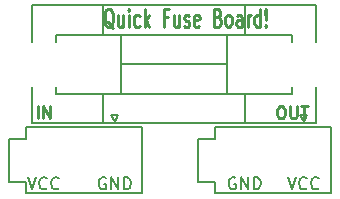
<source format=gto>
G04 #@! TF.GenerationSoftware,KiCad,Pcbnew,5.0.0-rc2*
G04 #@! TF.CreationDate,2019-06-24T22:39:53-04:00*
G04 #@! TF.ProjectId,pcb,7063622E6B696361645F706362000000,rev?*
G04 #@! TF.SameCoordinates,Original*
G04 #@! TF.FileFunction,Legend,Top*
G04 #@! TF.FilePolarity,Positive*
%FSLAX46Y46*%
G04 Gerber Fmt 4.6, Leading zero omitted, Abs format (unit mm)*
G04 Created by KiCad (PCBNEW 5.0.0-rc2) date Mon Jun 24 22:39:53 2019*
%MOMM*%
%LPD*%
G01*
G04 APERTURE LIST*
%ADD10C,0.254000*%
%ADD11C,0.152400*%
%ADD12C,0.150000*%
G04 APERTURE END LIST*
D10*
X137984000Y-87443619D02*
X138177523Y-87443619D01*
X138274285Y-87492000D01*
X138371047Y-87588761D01*
X138419428Y-87782285D01*
X138419428Y-88120952D01*
X138371047Y-88314476D01*
X138274285Y-88411238D01*
X138177523Y-88459619D01*
X137984000Y-88459619D01*
X137887238Y-88411238D01*
X137790476Y-88314476D01*
X137742095Y-88120952D01*
X137742095Y-87782285D01*
X137790476Y-87588761D01*
X137887238Y-87492000D01*
X137984000Y-87443619D01*
X138854857Y-87443619D02*
X138854857Y-88266095D01*
X138903238Y-88362857D01*
X138951619Y-88411238D01*
X139048380Y-88459619D01*
X139241904Y-88459619D01*
X139338666Y-88411238D01*
X139387047Y-88362857D01*
X139435428Y-88266095D01*
X139435428Y-87443619D01*
X139774095Y-87443619D02*
X140354666Y-87443619D01*
X140064380Y-88459619D02*
X140064380Y-87443619D01*
X117467809Y-88459619D02*
X117467809Y-87443619D01*
X117951619Y-88459619D02*
X117951619Y-87443619D01*
X118532190Y-88459619D01*
X118532190Y-87443619D01*
X123879809Y-80821428D02*
X123783047Y-80750000D01*
X123686285Y-80607142D01*
X123541142Y-80392857D01*
X123444380Y-80321428D01*
X123347619Y-80321428D01*
X123396000Y-80678571D02*
X123299238Y-80607142D01*
X123202476Y-80464285D01*
X123154095Y-80178571D01*
X123154095Y-79678571D01*
X123202476Y-79392857D01*
X123299238Y-79250000D01*
X123396000Y-79178571D01*
X123589523Y-79178571D01*
X123686285Y-79250000D01*
X123783047Y-79392857D01*
X123831428Y-79678571D01*
X123831428Y-80178571D01*
X123783047Y-80464285D01*
X123686285Y-80607142D01*
X123589523Y-80678571D01*
X123396000Y-80678571D01*
X124702285Y-79678571D02*
X124702285Y-80678571D01*
X124266857Y-79678571D02*
X124266857Y-80464285D01*
X124315238Y-80607142D01*
X124412000Y-80678571D01*
X124557142Y-80678571D01*
X124653904Y-80607142D01*
X124702285Y-80535714D01*
X125186095Y-80678571D02*
X125186095Y-79678571D01*
X125186095Y-79178571D02*
X125137714Y-79250000D01*
X125186095Y-79321428D01*
X125234476Y-79250000D01*
X125186095Y-79178571D01*
X125186095Y-79321428D01*
X126105333Y-80607142D02*
X126008571Y-80678571D01*
X125815047Y-80678571D01*
X125718285Y-80607142D01*
X125669904Y-80535714D01*
X125621523Y-80392857D01*
X125621523Y-79964285D01*
X125669904Y-79821428D01*
X125718285Y-79750000D01*
X125815047Y-79678571D01*
X126008571Y-79678571D01*
X126105333Y-79750000D01*
X126540761Y-80678571D02*
X126540761Y-79178571D01*
X126637523Y-80107142D02*
X126927809Y-80678571D01*
X126927809Y-79678571D02*
X126540761Y-80250000D01*
X128476000Y-79892857D02*
X128137333Y-79892857D01*
X128137333Y-80678571D02*
X128137333Y-79178571D01*
X128621142Y-79178571D01*
X129443619Y-79678571D02*
X129443619Y-80678571D01*
X129008190Y-79678571D02*
X129008190Y-80464285D01*
X129056571Y-80607142D01*
X129153333Y-80678571D01*
X129298476Y-80678571D01*
X129395238Y-80607142D01*
X129443619Y-80535714D01*
X129879047Y-80607142D02*
X129975809Y-80678571D01*
X130169333Y-80678571D01*
X130266095Y-80607142D01*
X130314476Y-80464285D01*
X130314476Y-80392857D01*
X130266095Y-80250000D01*
X130169333Y-80178571D01*
X130024190Y-80178571D01*
X129927428Y-80107142D01*
X129879047Y-79964285D01*
X129879047Y-79892857D01*
X129927428Y-79750000D01*
X130024190Y-79678571D01*
X130169333Y-79678571D01*
X130266095Y-79750000D01*
X131136952Y-80607142D02*
X131040190Y-80678571D01*
X130846666Y-80678571D01*
X130749904Y-80607142D01*
X130701523Y-80464285D01*
X130701523Y-79892857D01*
X130749904Y-79750000D01*
X130846666Y-79678571D01*
X131040190Y-79678571D01*
X131136952Y-79750000D01*
X131185333Y-79892857D01*
X131185333Y-80035714D01*
X130701523Y-80178571D01*
X132733523Y-79892857D02*
X132878666Y-79964285D01*
X132927047Y-80035714D01*
X132975428Y-80178571D01*
X132975428Y-80392857D01*
X132927047Y-80535714D01*
X132878666Y-80607142D01*
X132781904Y-80678571D01*
X132394857Y-80678571D01*
X132394857Y-79178571D01*
X132733523Y-79178571D01*
X132830285Y-79250000D01*
X132878666Y-79321428D01*
X132927047Y-79464285D01*
X132927047Y-79607142D01*
X132878666Y-79750000D01*
X132830285Y-79821428D01*
X132733523Y-79892857D01*
X132394857Y-79892857D01*
X133556000Y-80678571D02*
X133459238Y-80607142D01*
X133410857Y-80535714D01*
X133362476Y-80392857D01*
X133362476Y-79964285D01*
X133410857Y-79821428D01*
X133459238Y-79750000D01*
X133556000Y-79678571D01*
X133701142Y-79678571D01*
X133797904Y-79750000D01*
X133846285Y-79821428D01*
X133894666Y-79964285D01*
X133894666Y-80392857D01*
X133846285Y-80535714D01*
X133797904Y-80607142D01*
X133701142Y-80678571D01*
X133556000Y-80678571D01*
X134765523Y-80678571D02*
X134765523Y-79892857D01*
X134717142Y-79750000D01*
X134620380Y-79678571D01*
X134426857Y-79678571D01*
X134330095Y-79750000D01*
X134765523Y-80607142D02*
X134668761Y-80678571D01*
X134426857Y-80678571D01*
X134330095Y-80607142D01*
X134281714Y-80464285D01*
X134281714Y-80321428D01*
X134330095Y-80178571D01*
X134426857Y-80107142D01*
X134668761Y-80107142D01*
X134765523Y-80035714D01*
X135249333Y-80678571D02*
X135249333Y-79678571D01*
X135249333Y-79964285D02*
X135297714Y-79821428D01*
X135346095Y-79750000D01*
X135442857Y-79678571D01*
X135539619Y-79678571D01*
X136313714Y-80678571D02*
X136313714Y-79178571D01*
X136313714Y-80607142D02*
X136216952Y-80678571D01*
X136023428Y-80678571D01*
X135926666Y-80607142D01*
X135878285Y-80535714D01*
X135829904Y-80392857D01*
X135829904Y-79964285D01*
X135878285Y-79821428D01*
X135926666Y-79750000D01*
X136023428Y-79678571D01*
X136216952Y-79678571D01*
X136313714Y-79750000D01*
X136797523Y-80535714D02*
X136845904Y-80607142D01*
X136797523Y-80678571D01*
X136749142Y-80607142D01*
X136797523Y-80535714D01*
X136797523Y-80678571D01*
X136797523Y-80107142D02*
X136749142Y-79250000D01*
X136797523Y-79178571D01*
X136845904Y-79250000D01*
X136797523Y-80107142D01*
X136797523Y-79178571D01*
D11*
X134225904Y-93492000D02*
X134129142Y-93443619D01*
X133983999Y-93443619D01*
X133838857Y-93492000D01*
X133742095Y-93588761D01*
X133693714Y-93685523D01*
X133645333Y-93879047D01*
X133645333Y-94024190D01*
X133693714Y-94217714D01*
X133742095Y-94314476D01*
X133838857Y-94411238D01*
X133983999Y-94459619D01*
X134080761Y-94459619D01*
X134225904Y-94411238D01*
X134274285Y-94362857D01*
X134274285Y-94024190D01*
X134080761Y-94024190D01*
X134709714Y-94459619D02*
X134709714Y-93443619D01*
X135290285Y-94459619D01*
X135290285Y-93443619D01*
X135774095Y-94459619D02*
X135774095Y-93443619D01*
X136015999Y-93443619D01*
X136161142Y-93492000D01*
X136257904Y-93588761D01*
X136306285Y-93685523D01*
X136354666Y-93879047D01*
X136354666Y-94024190D01*
X136306285Y-94217714D01*
X136257904Y-94314476D01*
X136161142Y-94411238D01*
X136015999Y-94459619D01*
X135774095Y-94459619D01*
X138645333Y-93443619D02*
X138984000Y-94459619D01*
X139322666Y-93443619D01*
X140241904Y-94362857D02*
X140193523Y-94411238D01*
X140048380Y-94459619D01*
X139951619Y-94459619D01*
X139806476Y-94411238D01*
X139709714Y-94314476D01*
X139661333Y-94217714D01*
X139612952Y-94024190D01*
X139612952Y-93879047D01*
X139661333Y-93685523D01*
X139709714Y-93588761D01*
X139806476Y-93492000D01*
X139951619Y-93443619D01*
X140048380Y-93443619D01*
X140193523Y-93492000D01*
X140241904Y-93540380D01*
X141257904Y-94362857D02*
X141209523Y-94411238D01*
X141064380Y-94459619D01*
X140967619Y-94459619D01*
X140822476Y-94411238D01*
X140725714Y-94314476D01*
X140677333Y-94217714D01*
X140628952Y-94024190D01*
X140628952Y-93879047D01*
X140677333Y-93685523D01*
X140725714Y-93588761D01*
X140822476Y-93492000D01*
X140967619Y-93443619D01*
X141064380Y-93443619D01*
X141209523Y-93492000D01*
X141257904Y-93540380D01*
X123225904Y-93492000D02*
X123129142Y-93443619D01*
X122983999Y-93443619D01*
X122838857Y-93492000D01*
X122742095Y-93588761D01*
X122693714Y-93685523D01*
X122645333Y-93879047D01*
X122645333Y-94024190D01*
X122693714Y-94217714D01*
X122742095Y-94314476D01*
X122838857Y-94411238D01*
X122983999Y-94459619D01*
X123080761Y-94459619D01*
X123225904Y-94411238D01*
X123274285Y-94362857D01*
X123274285Y-94024190D01*
X123080761Y-94024190D01*
X123709714Y-94459619D02*
X123709714Y-93443619D01*
X124290285Y-94459619D01*
X124290285Y-93443619D01*
X124774095Y-94459619D02*
X124774095Y-93443619D01*
X125015999Y-93443619D01*
X125161142Y-93492000D01*
X125257904Y-93588761D01*
X125306285Y-93685523D01*
X125354666Y-93879047D01*
X125354666Y-94024190D01*
X125306285Y-94217714D01*
X125257904Y-94314476D01*
X125161142Y-94411238D01*
X125015999Y-94459619D01*
X124774095Y-94459619D01*
X116645333Y-93443619D02*
X116984000Y-94459619D01*
X117322666Y-93443619D01*
X118241904Y-94362857D02*
X118193523Y-94411238D01*
X118048380Y-94459619D01*
X117951619Y-94459619D01*
X117806476Y-94411238D01*
X117709714Y-94314476D01*
X117661333Y-94217714D01*
X117612952Y-94024190D01*
X117612952Y-93879047D01*
X117661333Y-93685523D01*
X117709714Y-93588761D01*
X117806476Y-93492000D01*
X117951619Y-93443619D01*
X118048380Y-93443619D01*
X118193523Y-93492000D01*
X118241904Y-93540380D01*
X119257904Y-94362857D02*
X119209523Y-94411238D01*
X119064380Y-94459619D01*
X118967619Y-94459619D01*
X118822476Y-94411238D01*
X118725714Y-94314476D01*
X118677333Y-94217714D01*
X118628952Y-94024190D01*
X118628952Y-93879047D01*
X118677333Y-93685523D01*
X118725714Y-93588761D01*
X118822476Y-93492000D01*
X118967619Y-93443619D01*
X119064380Y-93443619D01*
X119209523Y-93492000D01*
X119257904Y-93540380D01*
D12*
G04 #@! TO.C,F1*
X135004470Y-86380860D02*
X135004470Y-88882760D01*
X135004470Y-78880240D02*
X135004470Y-81382140D01*
X123005510Y-78880240D02*
X123005510Y-81382140D01*
X123005510Y-88882760D02*
X123005510Y-86380860D01*
X133505870Y-83881500D02*
X124504110Y-83881500D01*
X133505870Y-86380860D02*
X133505870Y-81382140D01*
X124504110Y-86380860D02*
X124504110Y-81382140D01*
X119005010Y-85781420D02*
X119005010Y-86380860D01*
X139004970Y-81981580D02*
X139004970Y-81382140D01*
X139004970Y-81382140D02*
X119005010Y-81382140D01*
X119005010Y-81382140D02*
X119005010Y-81981580D01*
X119005010Y-86380860D02*
X139004970Y-86380860D01*
X139004970Y-86380860D02*
X139004970Y-85781420D01*
X117006030Y-85781420D02*
X117006030Y-88882760D01*
X141003950Y-81981580D02*
X141003950Y-78880240D01*
X141003950Y-78880240D02*
X117006030Y-78880240D01*
X117006030Y-78880240D02*
X117006030Y-81981580D01*
X117006030Y-88882760D02*
X141003950Y-88882760D01*
X141003950Y-88882760D02*
X141003950Y-85781420D01*
G04 #@! TO.C,P1*
X126350000Y-92000000D02*
X126350000Y-89200000D01*
X126350000Y-89200000D02*
X116450000Y-89200000D01*
X116450000Y-89200000D02*
X116450000Y-90200000D01*
X116450000Y-90200000D02*
X115050000Y-90200000D01*
X115050000Y-90200000D02*
X115050000Y-92000000D01*
X126350000Y-92000000D02*
X126350000Y-94800000D01*
X126350000Y-94800000D02*
X116450000Y-94800000D01*
X116450000Y-94800000D02*
X116450000Y-93800000D01*
X116450000Y-93800000D02*
X115050000Y-93800000D01*
X115050000Y-93800000D02*
X115050000Y-92000000D01*
X124000000Y-88800000D02*
X123700000Y-88200000D01*
X123700000Y-88200000D02*
X124300000Y-88200000D01*
X124300000Y-88200000D02*
X124000000Y-88800000D01*
G04 #@! TO.C,P2*
X140300000Y-88200000D02*
X140000000Y-88800000D01*
X139700000Y-88200000D02*
X140300000Y-88200000D01*
X140000000Y-88800000D02*
X139700000Y-88200000D01*
X131050000Y-93800000D02*
X131050000Y-92000000D01*
X132450000Y-93800000D02*
X131050000Y-93800000D01*
X132450000Y-94800000D02*
X132450000Y-93800000D01*
X142350000Y-94800000D02*
X132450000Y-94800000D01*
X142350000Y-92000000D02*
X142350000Y-94800000D01*
X131050000Y-90200000D02*
X131050000Y-92000000D01*
X132450000Y-90200000D02*
X131050000Y-90200000D01*
X132450000Y-89200000D02*
X132450000Y-90200000D01*
X142350000Y-89200000D02*
X132450000Y-89200000D01*
X142350000Y-92000000D02*
X142350000Y-89200000D01*
G04 #@! TD*
M02*

</source>
